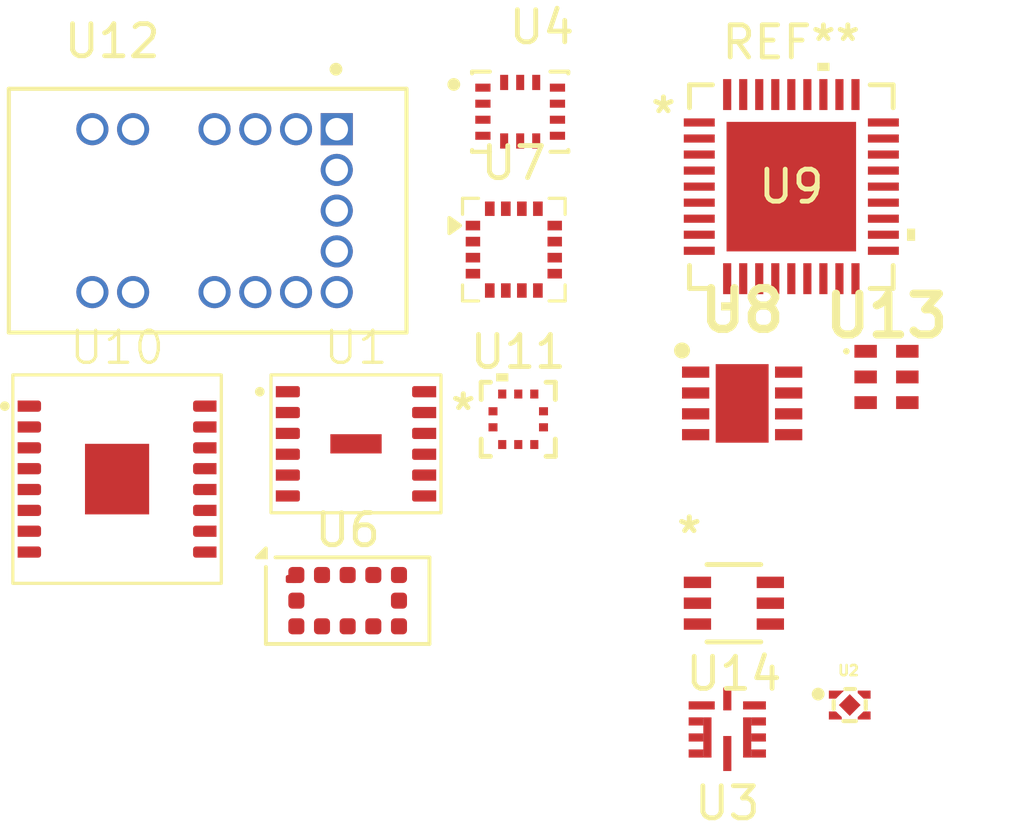
<source format=kicad_pcb>
(kicad_pcb (version 20240108) (generator "pcbnew") (generator_version "8.0")
  (layers (0 "F.Cu" signal) (31 "B.Cu" signal) (34 "B.Paste" user) (35 "F.Paste" user) (36 "B.SilkS" user "B.Silkscreen") (37 "F.SilkS" user "F.Silkscreen") (38 "B.Mask" user) (39 "F.Mask" user) (44 "Edge.Cuts" user))
  (net 0 "")
  (net 13 "GND")
  (net 14 "+3V3")
  (net 15 "+1V8")
  (net 16 "+5V")
  (net 20 "Net-(U3-FB)")
  (net 38 "Net-(U6-GND-Pad12)")
  (net 49 "Net-(U7-VSS-Pad11)")
  (net 73 "VDDA_TRX")
  (net 74 "VDDIO")
  (net 119 "Net-(U11-VSS-Pad3)")
  (net 130 "VDD")
  (net 144 "+5V CAN")
  (net 145 "Net-(U14-CEn)")
  (footprint "Sensors:PAA3905E1-Q" (layer "F.Cu") (at 129.738 92.609)
    (property "Reference" "U1" (at 0 -3 0) (layer "F.SilkS") (effects (font (thickness 0.1))))
    (property "Value" "PAA3905E1")
    (fp_rect (start -2.65 -2.15) (end 2.65 2.15) (stroke (width 0.1)) (fill none) (layer "F.SilkS"))
    (fp_circle (center -3 -1.625) (end -2.9 -1.625) (stroke (width 0.1)) (fill solid) (layer "F.SilkS"))
    (pad "1" smd roundrect (at -2.125 -1.625) (size 0.75 0.35) (layers "F.Cu" "F.Paste" "F.Mask") (roundrect_rratio 0.2) (chamfer_ratio 0) (chamfer top_left bottom_left))
    (pad "2" smd roundrect (at -2.125 -0.975) (size 0.75 0.35) (layers "F.Cu" "F.Paste" "F.Mask") (roundrect_rratio 0.2) (chamfer_ratio 0) (chamfer top_left bottom_left))
    (pad "3" smd roundrect (at -2.125 -0.325) (size 0.75 0.35) (layers "F.Cu" "F.Paste" "F.Mask") (roundrect_rratio 0.2) (chamfer_ratio 0) (chamfer top_left bottom_left))
    (pad "4" smd roundrect (at -2.125 0.325) (size 0.75 0.35) (layers "F.Cu" "F.Paste" "F.Mask") (roundrect_rratio 0.2) (chamfer_ratio 0) (chamfer top_left bottom_left))
    (pad "4" smd rect (at 0 0) (size 1.6 0.6) (layers "F.Cu" "F.Paste" "F.Mask"))
    (pad "5" smd roundrect (at -2.125 0.975) (size 0.75 0.35) (layers "F.Cu" "F.Paste" "F.Mask") (roundrect_rratio 0.2) (chamfer_ratio 0) (chamfer top_left bottom_left))
    (pad "6" smd roundrect (at -2.125 1.625) (size 0.75 0.35) (layers "F.Cu" "F.Paste" "F.Mask") (roundrect_rratio 0.2) (chamfer_ratio 0) (chamfer top_left bottom_left))
    (pad "7" smd roundrect (at 2.125 1.625) (size 0.75 0.35) (layers "F.Cu" "F.Paste" "F.Mask") (roundrect_rratio 0.2) (chamfer_ratio 0) (chamfer top_right bottom_right))
    (pad "8" smd roundrect (at 2.125 0.975) (size 0.75 0.35) (layers "F.Cu" "F.Paste" "F.Mask") (roundrect_rratio 0.2) (chamfer_ratio 0) (chamfer top_right bottom_right))
    (pad "9" smd roundrect (at 2.125 0.325) (size 0.75 0.35) (layers "F.Cu" "F.Paste" "F.Mask") (roundrect_rratio 0.2) (chamfer_ratio 0) (chamfer top_right bottom_right))
    (pad "10" smd roundrect (at 2.125 -0.325) (size 0.75 0.35) (layers "F.Cu" "F.Paste" "F.Mask") (roundrect_rratio 0.2) (chamfer_ratio 0) (chamfer top_right bottom_right))
    (pad "11" smd roundrect (at 2.125 -0.975) (size 0.75 0.35) (layers "F.Cu" "F.Paste" "F.Mask") (roundrect_rratio 0.2) (chamfer_ratio 0) (chamfer top_right bottom_right))
    (pad "12" smd roundrect (at 2.125 -1.625) (size 0.75 0.35) (layers "F.Cu" "F.Paste" "F.Mask") (roundrect_rratio 0.2) (chamfer_ratio 0) (chamfer top_right bottom_right))
  )
  (footprint "Sensors:IC_ICM-45686" (layer "F.Cu") (at 134.857 82.254)
    (property "Reference" "U4" (at 0.675 -2.635 0) (layer "F.SilkS"))
    (property "Value" "ICM-45686")
    (fp_line (start -1.5 -1.25) (end -1.5 -1.195) (stroke (width 0.127)) (layer "F.SilkS"))
    (fp_line (start -1.5 -1.25) (end -0.945 -1.25) (stroke (width 0.127)) (layer "F.SilkS"))
    (fp_line (start -1.5 1.25) (end -1.5 1.195) (stroke (width 0.127)) (layer "F.SilkS"))
    (fp_line (start -0.945 1.25) (end -1.5 1.25) (stroke (width 0.127)) (layer "F.SilkS"))
    (fp_line (start 0.945 -1.25) (end 1.5 -1.25) (stroke (width 0.127)) (layer "F.SilkS"))
    (fp_line (start 1.5 -1.25) (end 1.5 -1.195) (stroke (width 0.127)) (layer "F.SilkS"))
    (fp_line (start 1.5 1.25) (end 0.945 1.25) (stroke (width 0.127)) (layer "F.SilkS"))
    (fp_line (start 1.5 1.25) (end 1.5 1.195) (stroke (width 0.127)) (layer "F.SilkS"))
    (fp_circle (center -2.069 -0.85) (end -1.969 -0.85) (stroke (width 0.2)) (fill none) (layer "F.SilkS"))
    (pad "1" smd rect (at -1.1625 -0.75) (size 0.475 0.25) (layers "F.Cu" "F.Paste"))
    (pad "2" smd rect (at -1.1625 -0.25) (size 0.475 0.25) (layers "F.Cu" "F.Paste"))
    (pad "3" smd rect (at -1.1625 0.25) (size 0.475 0.25) (layers "F.Cu" "F.Paste"))
    (pad "4" smd rect (at -1.1625 0.75) (size 0.475 0.25) (layers "F.Cu" "F.Paste"))
    (pad "5" smd rect (at -0.5 0.9125) (size 0.25 0.475) (layers "F.Cu" "F.Paste"))
    (pad "6" smd rect (at 0 0.9125) (size 0.25 0.475) (layers "F.Cu" "F.Paste"))
    (pad "7" smd rect (at 0.5 0.9125) (size 0.25 0.475) (layers "F.Cu" "F.Paste"))
    (pad "8" smd rect (at 1.1625 0.75) (size 0.475 0.25) (layers "F.Cu" "F.Paste"))
    (pad "9" smd rect (at 1.1625 0.25) (size 0.475 0.25) (layers "F.Cu" "F.Paste"))
    (pad "10" smd rect (at 1.1625 -0.25) (size 0.475 0.25) (layers "F.Cu" "F.Paste"))
    (pad "11" smd rect (at 1.1625 -0.75) (size 0.475 0.25) (layers "F.Cu" "F.Paste"))
    (pad "12" smd rect (at 0.5 -0.9125) (size 0.25 0.475) (layers "F.Cu" "F.Paste"))
    (pad "13" smd rect (at 0 -0.9125) (size 0.25 0.475) (layers "F.Cu" "F.Paste"))
    (pad "14" smd rect (at -0.5 -0.9125) (size 0.25 0.475) (layers "F.Cu" "F.Paste"))
  )
  (footprint "NXP_HV:HVQFN36_SOT1092-2_NXP" (layer "F.Cu") (at 143.311 84.5898)
    (property "Reference" "U9" (at 0 0 0) (layer "F.SilkS"))
    (property "Value" "TJA1103AHN")
    (fp_line (start -3.175 -3.175) (end -3.175 -2.459741) (stroke (width 0.1524)) (layer "F.SilkS"))
    (fp_line (start -3.175 2.459741) (end -3.175 3.175) (stroke (width 0.1524)) (layer "F.SilkS"))
    (fp_line (start -3.175 3.175) (end -2.459741 3.175) (stroke (width 0.1524)) (layer "F.SilkS"))
    (fp_line (start -2.459741 -3.175) (end -3.175 -3.175) (stroke (width 0.1524)) (layer "F.SilkS"))
    (fp_line (start 2.459741 3.175) (end 3.175 3.175) (stroke (width 0.1524)) (layer "F.SilkS"))
    (fp_line (start 3.175 -3.175) (end 2.459741 -3.175) (stroke (width 0.1524)) (layer "F.SilkS"))
    (fp_line (start 3.175 -2.459741) (end 3.175 -3.175) (stroke (width 0.1524)) (layer "F.SilkS"))
    (fp_line (start 3.175 3.175) (end 3.175 2.459741) (stroke (width 0.1524)) (layer "F.SilkS"))
    (fp_poly (pts (xy -2.190501 3.6068) (xy -2.190501 3.8608) (xy -1.809501 3.8608) (xy -1.809501 3.6068)) (fill solid) (layer "F.SilkS"))
    (fp_poly (pts (xy 0.809501 -3.6068) (xy 0.809501 -3.8608) (xy 1.190501 -3.8608) (xy 1.190501 -3.6068)) (fill solid) (layer "F.SilkS"))
    (fp_poly (pts (xy 3.8608 1.3095) (xy 3.8608 1.6905) (xy 3.6068 1.6905) (xy 3.6068 1.3095)) (fill solid) (layer "F.SilkS"))
    (fp_text user "*" (at -3.9878 -2.25 0) (layer "F.SilkS"))
    (fp_text user "*" (at -3.9878 -2.25 0) (layer "F.SilkS"))
    (fp_text user "REF**" (at 0 -4.5 0) (layer "F.SilkS"))
    (pad "1" smd rect (at -2.8702 -2.000001 90) (size 0.254 0.9652) (layers "F.Cu" "F.Paste" "F.Mask"))
    (pad "2" smd rect (at -2.8702 -1.5 90) (size 0.254 0.9652) (layers "F.Cu" "F.Paste" "F.Mask"))
    (pad "3" smd rect (at -2.8702 -1.000001 90) (size 0.254 0.9652) (layers "F.Cu" "F.Paste" "F.Mask"))
    (pad "4" smd rect (at -2.8702 -0.499999 90) (size 0.254 0.9652) (layers "F.Cu" "F.Paste" "F.Mask"))
    (pad "5" smd rect (at -2.8702 0 90) (size 0.254 0.9652) (layers "F.Cu" "F.Paste" "F.Mask"))
    (pad "6" smd rect (at -2.8702 0.499999 90) (size 0.254 0.9652) (layers "F.Cu" "F.Paste" "F.Mask"))
    (pad "7" smd rect (at -2.8702 1.000001 90) (size 0.254 0.9652) (layers "F.Cu" "F.Paste" "F.Mask"))
    (pad "8" smd rect (at -2.8702 1.5 90) (size 0.254 0.9652) (layers "F.Cu" "F.Paste" "F.Mask"))
    (pad "9" smd rect (at -2.8702 2.000001 90) (size 0.254 0.9652) (layers "F.Cu" "F.Paste" "F.Mask"))
    (pad "10" smd rect (at -2.000001 2.8702) (size 0.254 0.9652) (layers "F.Cu" "F.Paste" "F.Mask"))
    (pad "11" smd rect (at -1.5 2.8702) (size 0.254 0.9652) (layers "F.Cu" "F.Paste" "F.Mask"))
    (pad "12" smd rect (at -1.000001 2.8702) (size 0.254 0.9652) (layers "F.Cu" "F.Paste" "F.Mask"))
    (pad "13" smd rect (at -0.499999 2.8702) (size 0.254 0.9652) (layers "F.Cu" "F.Paste" "F.Mask") (net 73 "VDDA_TRX"))
    (pad "14" smd rect (at 0 2.8702) (size 0.254 0.9652) (layers "F.Cu" "F.Paste" "F.Mask"))
    (pad "15" smd rect (at 0.499999 2.8702) (size 0.254 0.9652) (layers "F.Cu" "F.Paste" "F.Mask"))
    (pad "16" smd rect (at 1.000001 2.8702) (size 0.254 0.9652) (layers "F.Cu" "F.Paste" "F.Mask") (net 73 "VDDA_TRX"))
    (pad "17" smd rect (at 1.5 2.8702) (size 0.254 0.9652) (layers "F.Cu" "F.Paste" "F.Mask"))
    (pad "18" smd rect (at 2.000001 2.8702) (size 0.254 0.9652) (layers "F.Cu" "F.Paste" "F.Mask"))
    (pad "19" smd rect (at 2.8702 2.000001 90) (size 0.254 0.9652) (layers "F.Cu" "F.Paste" "F.Mask"))
    (pad "20" smd rect (at 2.8702 1.5 90) (size 0.254 0.9652) (layers "F.Cu" "F.Paste" "F.Mask"))
    (pad "21" smd rect (at 2.8702 1.000001 90) (size 0.254 0.9652) (layers "F.Cu" "F.Paste" "F.Mask"))
    (pad "22" smd rect (at 2.8702 0.499999 90) (size 0.254 0.9652) (layers "F.Cu" "F.Paste" "F.Mask") (net 74 "VDDIO"))
    (pad "23" smd rect (at 2.8702 0 90) (size 0.254 0.9652) (layers "F.Cu" "F.Paste" "F.Mask"))
    (pad "24" smd rect (at 2.8702 -0.499999 90) (size 0.254 0.9652) (layers "F.Cu" "F.Paste" "F.Mask"))
    (pad "25" smd rect (at 2.8702 -1.000001 90) (size 0.254 0.9652) (layers "F.Cu" "F.Paste" "F.Mask"))
    (pad "26" smd rect (at 2.8702 -1.5 90) (size 0.254 0.9652) (layers "F.Cu" "F.Paste" "F.Mask"))
    (pad "27" smd rect (at 2.8702 -2.000001 90) (size 0.254 0.9652) (layers "F.Cu" "F.Paste" "F.Mask") (net 74 "VDDIO"))
    (pad "28" smd rect (at 2.000001 -2.8702) (size 0.254 0.9652) (layers "F.Cu" "F.Paste" "F.Mask"))
    (pad "29" smd rect (at 1.5 -2.8702) (size 0.254 0.9652) (layers "F.Cu" "F.Paste" "F.Mask"))
    (pad "30" smd rect (at 1.000001 -2.8702) (size 0.254 0.9652) (layers "F.Cu" "F.Paste" "F.Mask"))
    (pad "31" smd rect (at 0.499999 -2.8702) (size 0.254 0.9652) (layers "F.Cu" "F.Paste" "F.Mask"))
    (pad "32" smd rect (at 0 -2.8702) (size 0.254 0.9652) (layers "F.Cu" "F.Paste" "F.Mask"))
    (pad "33" smd rect (at -0.499999 -2.8702) (size 0.254 0.9652) (layers "F.Cu" "F.Paste" "F.Mask"))
    (pad "34" smd rect (at -1.000001 -2.8702) (size 0.254 0.9652) (layers "F.Cu" "F.Paste" "F.Mask"))
    (pad "35" smd rect (at -1.5 -2.8702) (size 0.254 0.9652) (layers "F.Cu" "F.Paste" "F.Mask") (net 74 "VDDIO"))
    (pad "36" smd rect (at -2.000001 -2.8702) (size 0.254 0.9652) (layers "F.Cu" "F.Paste" "F.Mask"))
    (pad "37" smd rect (at 0 0) (size 4.0386 4.0386) (layers "F.Cu" "F.Paste" "F.Mask"))
  )
  (footprint "NXP_HV:SON65P300X300X100-9N-D" (layer "F.Cu") (at 141.778 91.349)
    (property "Reference" "U8" (at 0 -2.9 0) (layer "F.SilkS") (effects (font (size 1.27 1.27) (thickness 0.254))))
    (property "Value" "TJA1462ATK" (hide yes))
    (fp_circle (center -1.875 -1.65) (end -1.875 -1.525) (stroke (width 0.25)) (fill none) (layer "F.SilkS"))
    (pad "1" smd rect (at -1.45 -0.975 90) (size 0.35 0.85) (layers "F.Cu" "F.Paste" "F.Mask"))
    (pad "2" smd rect (at -1.45 -0.325 90) (size 0.35 0.85) (layers "F.Cu" "F.Paste" "F.Mask"))
    (pad "3" smd rect (at -1.45 0.325 90) (size 0.35 0.85) (layers "F.Cu" "F.Paste" "F.Mask"))
    (pad "4" smd rect (at -1.45 0.975 90) (size 0.35 0.85) (layers "F.Cu" "F.Paste" "F.Mask"))
    (pad "5" smd rect (at 1.45 0.975 90) (size 0.35 0.85) (layers "F.Cu" "F.Paste" "F.Mask"))
    (pad "6" smd rect (at 1.45 0.325 90) (size 0.35 0.85) (layers "F.Cu" "F.Paste" "F.Mask"))
    (pad "7" smd rect (at 1.45 -0.325 90) (size 0.35 0.85) (layers "F.Cu" "F.Paste" "F.Mask"))
    (pad "8" smd rect (at 1.45 -0.975 90) (size 0.35 0.85) (layers "F.Cu" "F.Paste" "F.Mask"))
    (pad "9" smd rect (at 0 0) (size 1.65 2.45) (layers "F.Cu" "F.Paste" "F.Mask"))
  )
  (footprint "Power:VREG_MIC5504-3.3YMT-TZ" (layer "F.Cu") (at 145.132 100.754)
    (property "Reference" "U2" (at -0.037018 -1.075422 0) (layer "F.SilkS") (effects (font (size 0.315084 0.315084) (thickness 0.078771))))
    (property "Value" "MIC5504-1.8YMT")
    (fp_line (start -0.501 -0.127) (end -0.5 0) (stroke (width 0.127)) (layer "F.SilkS"))
    (fp_line (start -0.5 0) (end -0.501 0.129) (stroke (width 0.127)) (layer "F.SilkS"))
    (fp_line (start -0.006 0.5) (end -0.195 0.5) (stroke (width 0.127)) (layer "F.SilkS"))
    (fp_line (start 0 -0.5) (end -0.136 -0.5) (stroke (width 0.127)) (layer "F.SilkS"))
    (fp_line (start 0 -0.5) (end 0.161 -0.501) (stroke (width 0.127)) (layer "F.SilkS"))
    (fp_line (start 0 0.5) (end 0.192 0.5) (stroke (width 0.127)) (layer "F.SilkS"))
    (fp_line (start 0.5 -0.13) (end 0.5 0) (stroke (width 0.127)) (layer "F.SilkS"))
    (fp_line (start 0.5 0) (end 0.501 0.129) (stroke (width 0.127)) (layer "F.SilkS"))
    (fp_circle (center -0.984 -0.342) (end -0.884 -0.342) (stroke (width 0.2)) (fill none) (layer "F.SilkS"))
    (pad "1" smd custom (at -0.51 -0.327) (size 0.1 0.1) (layers "F.Cu") (net 15 "+1V8") (options (clearance outline) (anchor rect)) (primitives (gr_poly (pts (xy 0.08 0.127) (xy 0.33 -0.123) (xy -0.14 -0.123) (xy -0.14 0.127)) (width 0.001) (fill yes))))
    (pad "2" smd custom (at -0.513 0.339) (size 0.1 0.1) (layers "F.Cu") (net 13 "GND") (options (clearance outline) (anchor rect)) (primitives (gr_poly (pts (xy 0.083 -0.139) (xy 0.263 0.036) (xy 0.263 0.111) (xy -0.137 0.111) (xy -0.137 -0.139)) (width 0.001) (fill yes))))
    (pad "3" smd custom (at 0.518 0.346) (size 0.1 0.1) (layers "F.Cu") (net 14 "+3V3") (options (clearance outline) (anchor rect)) (primitives (gr_poly (pts (xy -0.088 -0.146) (xy -0.268 0.029) (xy -0.268 0.104) (xy 0.132 0.104) (xy 0.132 -0.146)) (width 0.001) (fill yes))))
    (pad "4" smd custom (at 0.512 -0.329) (size 0.1 0.1) (layers "F.Cu") (net 14 "+3V3") (options (clearance outline) (anchor rect)) (primitives (gr_poly (pts (xy -0.082 0.129) (xy -0.262 -0.046) (xy -0.262 -0.121) (xy 0.138 -0.121) (xy 0.138 0.129)) (width 0.001) (fill yes))))
    (pad "5" smd rect (at 0 0 315) (size 0.48 0.48) (layers "F.Cu" "F.Paste" "F.Mask") (net 13 "GND"))
  )
  (footprint "Sensors:PAT9136E1" (layer "F.Cu") (at 122.288 93.709)
    (property "Reference" "U10" (at 0 -4.1 0) (layer "F.SilkS") (effects (font (thickness 0.1))))
    (property "Value" "PAT9136E1" (hide yes))
    (fp_rect (start -3.25 -3.25) (end 3.25 3.25) (stroke (width 0.1)) (fill none) (layer "F.SilkS"))
    (fp_circle (center -3.5 -2.275) (end -3.4 -2.275) (stroke (width 0.1)) (fill solid) (layer "F.SilkS"))
    (pad "1" smd roundrect (at -2.735 -2.275) (size 0.73 0.35) (layers "F.Cu" "F.Paste" "F.Mask") (chamfer_ratio 0) (chamfer top_left bottom_left))
    (pad "2" smd roundrect (at -2.735 -1.625) (size 0.73 0.35) (layers "F.Cu" "F.Paste" "F.Mask") (chamfer_ratio 0) (chamfer top_left bottom_left))
    (pad "3" smd roundrect (at -2.735 -0.975) (size 0.73 0.35) (layers "F.Cu" "F.Paste" "F.Mask") (chamfer_ratio 0) (chamfer top_left bottom_left))
    (pad "4" smd roundrect (at -2.735 -0.325) (size 0.73 0.35) (layers "F.Cu" "F.Paste" "F.Mask") (chamfer_ratio 0) (chamfer top_left bottom_left))
    (pad "5" smd roundrect (at -2.735 0.325) (size 0.73 0.35) (layers "F.Cu" "F.Paste" "F.Mask") (chamfer_ratio 0) (chamfer top_left bottom_left))
    (pad "6" smd roundrect (at -2.735 0.975) (size 0.73 0.35) (layers "F.Cu" "F.Paste" "F.Mask") (chamfer_ratio 0) (chamfer top_left bottom_left))
    (pad "7" smd roundrect (at -2.735 1.625) (size 0.73 0.35) (layers "F.Cu" "F.Paste" "F.Mask") (chamfer_ratio 0) (chamfer top_left bottom_left))
    (pad "8" smd roundrect (at -2.735 2.275) (size 0.73 0.35) (layers "F.Cu" "F.Paste" "F.Mask") (chamfer_ratio 0) (chamfer top_left bottom_left))
    (pad "9" smd roundrect (at 2.735 2.275 180) (size 0.73 0.35) (layers "F.Cu" "F.Paste" "F.Mask") (chamfer_ratio 0) (chamfer top_left bottom_left))
    (pad "10" smd roundrect (at 2.735 1.625 180) (size 0.73 0.35) (layers "F.Cu" "F.Paste" "F.Mask") (chamfer_ratio 0) (chamfer top_left bottom_left))
    (pad "11" smd roundrect (at 2.735 0.975 180) (size 0.73 0.35) (layers "F.Cu" "F.Paste" "F.Mask") (chamfer_ratio 0) (chamfer top_left bottom_left))
    (pad "12" smd roundrect (at 2.735 0.325 180) (size 0.73 0.35) (layers "F.Cu" "F.Paste" "F.Mask") (chamfer_ratio 0) (chamfer top_left bottom_left))
    (pad "13" smd roundrect (at 2.735 -0.325 180) (size 0.73 0.35) (layers "F.Cu" "F.Paste" "F.Mask") (chamfer_ratio 0) (chamfer top_left bottom_left))
    (pad "14" smd roundrect (at 2.735 -0.975 180) (size 0.73 0.35) (layers "F.Cu" "F.Paste" "F.Mask") (chamfer_ratio 0) (chamfer top_left bottom_left))
    (pad "15" smd roundrect (at 2.735 -1.625 180) (size 0.73 0.35) (layers "F.Cu" "F.Paste" "F.Mask") (chamfer_ratio 0) (chamfer top_left bottom_left))
    (pad "16" smd roundrect (at 2.735 -2.275 180) (size 0.73 0.35) (layers "F.Cu" "F.Paste" "F.Mask") (chamfer_ratio 0) (chamfer top_left bottom_left))
    (pad "17" smd rect (at 0 0 180) (size 2 2.2) (layers "F.Cu" "F.Paste" "F.Mask"))
  )
  (footprint "Sensors:AFBR-S50xxxxx" (layer "F.Cu") (at 125.113 85.339)
    (property "Reference" "U12" (at -2.975 -5.285 0) (layer "F.SilkS"))
    (property "Value" "AFBR-S50LX85D")
    (fp_line (start -6.2 -3.8) (end 6.2 -3.8) (stroke (width 0.127)) (layer "F.SilkS"))
    (fp_line (start -6.2 3.8) (end -6.2 -3.8) (stroke (width 0.127)) (layer "F.SilkS"))
    (fp_line (start 6.2 -3.8) (end 6.2 3.8) (stroke (width 0.127)) (layer "F.SilkS"))
    (fp_line (start 6.2 3.8) (end -6.2 3.8) (stroke (width 0.127)) (layer "F.SilkS"))
    (fp_circle (center 4 -4.41) (end 4.1 -4.41) (stroke (width 0.2)) (fill none) (layer "F.SilkS"))
    (pad "1" thru_hole rect (at 4.025 -2.54) (size 1 1) (drill 0.7) (layers "*.Cu" "*.Mask"))
    (pad "2" thru_hole circle (at 2.755 -2.54) (size 1 1) (drill 0.7) (layers "*.Cu" "*.Mask"))
    (pad "3" thru_hole circle (at 1.485 -2.54) (size 1 1) (drill 0.7) (layers "*.Cu" "*.Mask"))
    (pad "4" thru_hole circle (at 0.215 -2.54) (size 1 1) (drill 0.7) (layers "*.Cu" "*.Mask"))
    (pad "5" thru_hole circle (at -2.325 -2.54) (size 1 1) (drill 0.7) (layers "*.Cu" "*.Mask"))
    (pad "6" thru_hole circle (at -3.595 -2.54) (size 1 1) (drill 0.7) (layers "*.Cu" "*.Mask"))
    (pad "7" thru_hole circle (at -3.595 2.54) (size 1 1) (drill 0.7) (layers "*.Cu" "*.Mask") (net 13 "GND"))
    (pad "8" thru_hole circle (at -2.325 2.54) (size 1 1) (drill 0.7) (layers "*.Cu" "*.Mask") (net 130 "VDD"))
    (pad "9" thru_hole circle (at 0.215 2.54) (size 1 1) (drill 0.7) (layers "*.Cu" "*.Mask") (net 13 "GND"))
    (pad "10" thru_hole circle (at 1.485 2.54) (size 1 1) (drill 0.7) (layers "*.Cu" "*.Mask"))
    (pad "11" thru_hole circle (at 2.755 2.54) (size 1 1) (drill 0.7) (layers "*.Cu" "*.Mask"))
    (pad "12" thru_hole circle (at 4.025 2.54) (size 1 1) (drill 0.7) (layers "*.Cu" "*.Mask"))
    (pad "13" thru_hole circle (at 4.025 1.27) (size 1 1) (drill 0.7) (layers "*.Cu" "*.Mask") (net 130 "VDD"))
    (pad "14" thru_hole circle (at 4.025 0) (size 1 1) (drill 0.7) (layers "*.Cu" "*.Mask") (net 13 "GND"))
    (pad "15" thru_hole circle (at 4.025 -1.27) (size 1 1) (drill 0.7) (layers "*.Cu" "*.Mask"))
  )
  (footprint "Sensors:10LGA_2X2X0p75_BOSCH" (layer "F.Cu") (at 134.7969 91.8441)
    (property "Reference" "U11" (at 0 -2.1 0) (layer "F.SilkS"))
    (property "Value" "BMP390")
    (fp_line (start -1.1557 -1.1557) (end -1.1557 -0.61878) (stroke (width 0.1524)) (layer "F.SilkS"))
    (fp_line (start -1.1557 0.61878) (end -1.1557 1.1557) (stroke (width 0.1524)) (layer "F.SilkS"))
    (fp_line (start -1.1557 1.1557) (end -0.86878 1.1557) (stroke (width 0.1524)) (layer "F.SilkS"))
    (fp_line (start -0.86878 -1.1557) (end -1.1557 -1.1557) (stroke (width 0.1524)) (layer "F.SilkS"))
    (fp_line (start 0.86878 1.1557) (end 1.1557 1.1557) (stroke (width 0.1524)) (layer "F.SilkS"))
    (fp_line (start 1.1557 -1.1557) (end 0.86878 -1.1557) (stroke (width 0.1524)) (layer "F.SilkS"))
    (fp_line (start 1.1557 -0.61878) (end 1.1557 -1.1557) (stroke (width 0.1524)) (layer "F.SilkS"))
    (fp_line (start 1.1557 1.1557) (end 1.1557 0.61878) (stroke (width 0.1524)) (layer "F.SilkS"))
    (fp_poly (pts (xy -0.690499 -1.1811) (xy -0.690499 -1.4351) (xy -0.309499 -1.4351) (xy -0.309499 -1.1811)) (fill solid) (layer "F.SilkS"))
    (fp_text user "*" (at -1.7145 -0.25 0) (layer "F.SilkS"))
    (fp_text user "*" (at -1.7145 -0.25 0) (layer "F.SilkS"))
    (pad "1" smd rect (at -0.7874 -0.25 90) (size 0.254 0.2794) (layers "F.Cu" "F.Paste" "F.Mask"))
    (pad "2" smd rect (at -0.7874 0.25 90) (size 0.254 0.2794) (layers "F.Cu" "F.Paste" "F.Mask"))
    (pad "3" smd rect (at -0.499999 0.7874) (size 0.254 0.2794) (layers "F.Cu" "F.Paste" "F.Mask") (net 119 "Net-(U11-VSS-Pad3)"))
    (pad "4" smd rect (at 0 0.7874) (size 0.254 0.2794) (layers "F.Cu" "F.Paste" "F.Mask"))
    (pad "5" smd rect (at 0.499999 0.7874) (size 0.254 0.2794) (layers "F.Cu" "F.Paste" "F.Mask"))
    (pad "6" smd rect (at 0.7874 0.25 90) (size 0.254 0.2794) (layers "F.Cu" "F.Paste" "F.Mask"))
    (pad "7" smd rect (at 0.7874 -0.25 90) (size 0.254 0.2794) (layers "F.Cu" "F.Paste" "F.Mask"))
    (pad "8" smd rect (at 0.499999 -0.7874) (size 0.254 0.2794) (layers "F.Cu" "F.Paste" "F.Mask") (net 119 "Net-(U11-VSS-Pad3)"))
    (pad "9" smd rect (at 0 -0.7874) (size 0.254 0.2794) (layers "F.Cu" "F.Paste" "F.Mask") (net 119 "Net-(U11-VSS-Pad3)"))
    (pad "10" smd rect (at -0.499999 -0.7874) (size 0.254 0.2794) (layers "F.Cu" "F.Paste" "F.Mask"))
  )
  (footprint "RGB_leds:SK9822EC20" (layer "F.Cu") (at 146.278 90.524)
    (property "Reference" "U13" (at 0 -1.9 0) (layer "F.SilkS") (effects (font (size 1.27 1.27) (thickness 0.254))))
    (property "Value" "SK9822-EC20" (hide yes))
    (fp_line (start -1.3 -0.8) (end -1.3 -0.8) (stroke (width 0.1)) (layer "F.SilkS"))
    (fp_line (start -1.2 -0.8) (end -1.2 -0.8) (stroke (width 0.1)) (layer "F.SilkS"))
    (fp_arc (start -1.3 -0.8) (mid -1.25 -0.85) (end -1.2 -0.8) (stroke (width 0.1)) (layer "F.SilkS"))
    (fp_arc (start -1.2 -0.8) (mid -1.25 -0.75) (end -1.3 -0.8) (stroke (width 0.1)) (layer "F.SilkS"))
    (pad "1" smd rect (at -0.65 -0.8 90) (size 0.4 0.7) (layers "F.Cu" "F.Paste" "F.Mask"))
    (pad "2" smd rect (at -0.65 0 90) (size 0.4 0.7) (layers "F.Cu" "F.Paste" "F.Mask"))
    (pad "3" smd rect (at -0.65 0.8 90) (size 0.4 0.7) (layers "F.Cu" "F.Paste" "F.Mask"))
    (pad "4" smd rect (at 0.65 0.8 90) (size 0.4 0.7) (layers "F.Cu" "F.Paste" "F.Mask"))
    (pad "5" smd rect (at 0.65 0 90) (size 0.4 0.7) (layers "F.Cu" "F.Paste" "F.Mask"))
    (pad "6" smd rect (at 0.65 -0.8 90) (size 0.4 0.7) (layers "F.Cu" "F.Paste" "F.Mask"))
  )
  (footprint "Power:QFN2x2x1p6_MPM3811_MNP" (layer "F.Cu") (at 141.3146 101.5148)
    (property "Reference" "U3" (at 0 2.3 0) (layer "F.SilkS"))
    (property "Value" "MPM3811GG-Z")
    (fp_poly (pts (xy -0.747401 -0.377063) (xy -0.492401 -0.377063) (xy -0.492401 0.877189) (xy -0.747401 0.877189)) (fill solid) (layer "F.Cu"))
    (fp_poly (pts (xy 0.747401 0.877189) (xy 0.492401 0.877189) (xy 0.492401 -0.377063) (xy 0.747401 -0.377063)) (fill solid) (layer "F.Cu"))
    (pad "1" smd rect (at -0.798001 -0.750189) (size 0.8128 0.254) (layers "F.Cu" "F.Paste" "F.Mask") (net 16 "+5V"))
    (pad "2" smd rect (at -0.976001 -0.250063) (size 0.4572 0.254) (layers "F.Cu" "F.Paste" "F.Mask"))
    (pad "3" smd rect (at -0.976001 0.250063) (size 0.4572 0.254) (layers "F.Cu" "F.Paste" "F.Mask"))
    (pad "4" smd rect (at -0.976001 0.750189) (size 0.4572 0.254) (layers "F.Cu" "F.Paste" "F.Mask"))
    (pad "5" smd rect (at 0 0.750001 90) (size 1.0922 0.254) (layers "F.Cu" "F.Paste" "F.Mask") (net 16 "+5V"))
    (pad "6" smd rect (at 0.976001 0.750189) (size 0.4572 0.254) (layers "F.Cu" "F.Paste" "F.Mask") (net 14 "+3V3"))
    (pad "7" smd rect (at 0.976001 0.250063) (size 0.4572 0.254) (layers "F.Cu" "F.Paste" "F.Mask") (net 14 "+3V3"))
    (pad "8" smd rect (at 0.976001 -0.250063) (size 0.4572 0.254) (layers "F.Cu" "F.Paste" "F.Mask") (net 14 "+3V3"))
    (pad "9" smd rect (at 0.848001 -0.750189) (size 0.7112 0.254) (layers "F.Cu" "F.Paste" "F.Mask") (net 20 "Net-(U3-FB)"))
    (pad "10" smd rect (at 0 -0.950001 90) (size 0.7112 0.254) (layers "F.Cu" "F.Paste" "F.Mask") (net 13 "GND"))
  )
  (footprint "Package_LGA:LGA-16_3x3mm_P0.5mm" (layer "F.Cu") (at 134.659 86.554)
    (property "Reference" "U7" (at 0 -2.7 0) (layer "F.SilkS"))
    (property "Value" "IST8310")
    (fp_line (start -1.6 -1.6) (end -1.6 -1.1) (stroke (width 0.1)) (layer "F.SilkS"))
    (fp_line (start -1.6 -1.6) (end -1.1 -1.6) (stroke (width 0.1)) (layer "F.SilkS"))
    (fp_line (start -1.6 1.6) (end -1.6 1.1) (stroke (width 0.1)) (layer "F.SilkS"))
    (fp_line (start -1.6 1.6) (end -1.1 1.6) (stroke (width 0.1)) (layer "F.SilkS"))
    (fp_line (start 1.1 -1.6) (end 1.6 -1.6) (stroke (width 0.1)) (layer "F.SilkS"))
    (fp_line (start 1.6 -1.6) (end 1.6 -1.1) (stroke (width 0.1)) (layer "F.SilkS"))
    (fp_line (start 1.6 1.6) (end 1.1 1.6) (stroke (width 0.1)) (layer "F.SilkS"))
    (fp_line (start 1.6 1.6) (end 1.6 1.1) (stroke (width 0.1)) (layer "F.SilkS"))
    (fp_poly (pts (xy -1.675 -0.75) (xy -2.011 -0.51) (xy -2.011 -0.99) (xy -1.675 -0.75)) (stroke (width 0.12)) (fill solid) (layer "F.SilkS"))
    (pad "1" smd rect (at -1.275 -0.75 90) (size 0.3 0.45) (layers "F.Cu" "F.Paste" "F.Mask"))
    (pad "2" smd rect (at -1.275 -0.25 90) (size 0.3 0.45) (layers "F.Cu" "F.Paste" "F.Mask"))
    (pad "3" smd rect (at -1.275 0.25 90) (size 0.3 0.45) (layers "F.Cu" "F.Paste" "F.Mask"))
    (pad "4" smd rect (at -1.275 0.75 90) (size 0.3 0.45) (layers "F.Cu" "F.Paste" "F.Mask"))
    (pad "5" smd rect (at -0.75 1.275) (size 0.3 0.45) (layers "F.Cu" "F.Paste" "F.Mask"))
    (pad "6" smd rect (at -0.25 1.275) (size 0.3 0.45) (layers "F.Cu" "F.Paste" "F.Mask"))
    (pad "7" smd rect (at 0.25 1.275) (size 0.3 0.45) (layers "F.Cu" "F.Paste" "F.Mask"))
    (pad "8" smd rect (at 0.75 1.275) (size 0.3 0.45) (layers "F.Cu" "F.Paste" "F.Mask"))
    (pad "9" smd rect (at 1.275 0.75 90) (size 0.3 0.45) (layers "F.Cu" "F.Paste" "F.Mask") (net 49 "Net-(U7-VSS-Pad11)"))
    (pad "10" smd rect (at 1.275 0.25 90) (size 0.3 0.45) (layers "F.Cu" "F.Paste" "F.Mask"))
    (pad "11" smd rect (at 1.275 -0.25 90) (size 0.3 0.45) (layers "F.Cu" "F.Paste" "F.Mask") (net 49 "Net-(U7-VSS-Pad11)"))
    (pad "12" smd rect (at 1.275 -0.75 90) (size 0.3 0.45) (layers "F.Cu" "F.Paste" "F.Mask"))
    (pad "13" smd rect (at 0.75 -1.275) (size 0.3 0.45) (layers "F.Cu" "F.Paste" "F.Mask"))
    (pad "14" smd rect (at 0.25 -1.275) (size 0.3 0.45) (layers "F.Cu" "F.Paste" "F.Mask"))
    (pad "15" smd rect (at -0.25 -1.275) (size 0.3 0.45) (layers "F.Cu" "F.Paste" "F.Mask"))
    (pad "16" smd rect (at -0.75 -1.275) (size 0.3 0.45) (layers "F.Cu" "F.Paste" "F.Mask"))
  )
  (footprint "Power:LM66100DCKR" (layer "F.Cu") (at 141.5203 97.5787)
    (property "Reference" "U14" (at 0 2.2 0) (layer "F.SilkS"))
    (property "Value" "LM66100DCKR")
    (fp_line (start -0.8382 1.2065) (end 0.8382 1.2065) (stroke (width 0.1524)) (layer "F.SilkS"))
    (fp_line (start 0.8382 -1.2065) (end -0.8382 -1.2065) (stroke (width 0.1524)) (layer "F.SilkS"))
    (fp_text user "*" (at -1.39065 -2.1486 0) (layer "F.SilkS"))
    (fp_text user "*" (at -1.39065 -2.1486 0) (layer "F.SilkS"))
    (pad "1" smd rect (at -1.13665 -0.649999) (size 0.8509 0.3556) (layers "F.Cu" "F.Paste" "F.Mask") (net 144 "+5V CAN"))
    (pad "2" smd rect (at -1.13665 0) (size 0.8509 0.3556) (layers "F.Cu" "F.Paste" "F.Mask") (net 13 "GND"))
    (pad "3" smd rect (at -1.13665 0.649999) (size 0.8509 0.3556) (layers "F.Cu" "F.Paste" "F.Mask") (net 145 "Net-(U14-CEn)"))
    (pad "4" smd rect (at 1.13665 0.649999) (size 0.8509 0.3556) (layers "F.Cu" "F.Paste" "F.Mask"))
    (pad "5" smd rect (at 1.13665 0) (size 0.8509 0.3556) (layers "F.Cu" "F.Paste" "F.Mask") (net 13 "GND"))
    (pad "6" smd rect (at 1.13665 -0.649999) (size 0.8509 0.3556) (layers "F.Cu" "F.Paste" "F.Mask") (net 16 "+5V"))
  )
  (footprint "Sensor_Distance:ST_VL53L1x" (layer "F.Cu") (at 129.478 97.499)
    (property "Reference" "U6" (at 0 -2.2 0) (layer "F.SilkS"))
    (property "Value" "VL53L1CXV0FY1")
    (fp_line (start -2.55 -1.05) (end -2.55 1.35) (stroke (width 0.12)) (layer "F.SilkS"))
    (fp_line (start -2.55 1.35) (end 2.55 1.35) (stroke (width 0.12)) (layer "F.SilkS"))
    (fp_line (start 2.55 -1.35) (end -2.25 -1.35) (stroke (width 0.12)) (layer "F.SilkS"))
    (fp_line (start 2.55 1.35) (end 2.55 -1.35) (stroke (width 0.12)) (layer "F.SilkS"))
    (fp_poly (pts (xy -2.55 -1.35) (xy -2.83 -1.35) (xy -2.55 -1.63) (xy -2.55 -1.35)) (stroke (width 0.12)) (fill solid) (layer "F.SilkS"))
    (pad "1" smd roundrect (at -1.74 -0.675) (size 0.38 0.25) (layers "F.Cu" "F.Paste" "F.Mask"))
    (pad "1" smd roundrect (at -1.6 -0.8) (size 0.5 0.5) (layers "F.Cu" "F.Paste" "F.Mask"))
    (pad "2" smd roundrect (at -0.8 -0.8) (size 0.5 0.5) (layers "F.Cu" "F.Paste" "F.Mask"))
    (pad "3" smd roundrect (at 0 -0.8) (size 0.5 0.5) (layers "F.Cu" "F.Paste" "F.Mask") (net 38 "Net-(U6-GND-Pad12)"))
    (pad "4" smd roundrect (at 0.8 -0.8) (size 0.5 0.5) (layers "F.Cu" "F.Paste" "F.Mask") (net 38 "Net-(U6-GND-Pad12)"))
    (pad "5" smd roundrect (at 1.6 -0.8) (size 0.5 0.5) (layers "F.Cu" "F.Paste" "F.Mask"))
    (pad "6" smd roundrect (at 1.6 0) (size 0.5 0.5) (layers "F.Cu" "F.Paste" "F.Mask") (net 38 "Net-(U6-GND-Pad12)"))
    (pad "7" smd roundrect (at 1.6 0.8) (size 0.5 0.5) (layers "F.Cu" "F.Paste" "F.Mask"))
    (pad "8" smd roundrect (at 0.8 0.8) (size 0.5 0.5) (layers "F.Cu" "F.Paste" "F.Mask"))
    (pad "9" smd roundrect (at 0 0.8) (size 0.5 0.5) (layers "F.Cu" "F.Paste" "F.Mask"))
    (pad "10" smd roundrect (at -0.8 0.8) (size 0.5 0.5) (layers "F.Cu" "F.Paste" "F.Mask"))
    (pad "11" smd roundrect (at -1.6 0.8) (size 0.5 0.5) (layers "F.Cu" "F.Paste" "F.Mask"))
    (pad "12" smd roundrect (at -1.6 0) (size 0.5 0.5) (layers "F.Cu" "F.Paste" "F.Mask") (net 38 "Net-(U6-GND-Pad12)"))
  )
)
</source>
